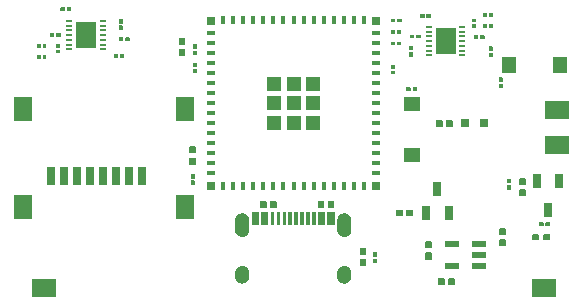
<source format=gtp>
G04 Layer: TopPasteMaskLayer*
G04 EasyEDA Pro v2.2.40.8, 2025-08-10 13:50:58*
G04 Gerber Generator version 0.3*
G04 Scale: 100 percent, Rotated: No, Reflected: No*
G04 Dimensions in millimeters*
G04 Leading zeros omitted, absolute positions, 4 integers and 5 decimals*
G04 Generated by one-click*
%FSLAX45Y45*%
%MOMM*%
%ADD10R,0.8X0.8*%
%ADD11R,1.35999X1.23*%
%ADD12R,0.8X0.4*%
%ADD13R,0.4X0.8*%
%ADD14R,1.2X1.2*%
%ADD15R,1.157X0.48999*%
%ADD16R,1.175X0.48999*%
%ADD17R,0.5183X0.224*%
%ADD18R,0.505X0.224*%
%ADD19R,1.7X2.3*%
%ADD20R,0.7X1.25001*%
%ADD21R,0.8X1.524*%
%ADD22R,1.5X2.0*%
%ADD23R,2.0X1.5*%
%ADD24R,1.23X1.35999*%
G75*


G04 PolygonModel Start*
G36*
G01X-922496Y698002D02*
G01X-967497Y698002D01*
G01X-972496Y705000D01*
G01X-972496Y753001D01*
G01X-967497Y758002D01*
G01X-922496Y758002D01*
G01X-917498Y753001D01*
G01X-917498Y705000D01*
G01X-922496Y698002D01*
G37*
G36*
G01X-922496Y602000D02*
G01X-967497Y602000D01*
G01X-972496Y607002D01*
G01X-972496Y655000D01*
G01X-967497Y662000D01*
G01X-922496Y662000D01*
G01X-917498Y655000D01*
G01X-917498Y607002D01*
G01X-922496Y602000D01*
G37*
G36*
G01X-848798Y646899D02*
G01X-821199Y646899D01*
G01X-818798Y644498D01*
G01X-818798Y611555D01*
G01X-821199Y609154D01*
G01X-848798Y609154D01*
G01X-851198Y611555D01*
G01X-851198Y644498D01*
G01X-848798Y646899D01*
G37*
G36*
G01X-848798Y663099D02*
G01X-821199Y663099D01*
G01X-818798Y665499D01*
G01X-818798Y698443D01*
G01X-821199Y700843D01*
G01X-848798Y700843D01*
G01X-851198Y698443D01*
G01X-851198Y665499D01*
G01X-848798Y663099D01*
G37*
G36*
G01X861898Y916298D02*
G01X861898Y888699D01*
G01X859498Y886298D01*
G01X826554Y886298D01*
G01X824154Y888699D01*
G01X824154Y916298D01*
G01X826554Y918698D01*
G01X859498Y918698D01*
G01X861898Y916298D01*
G37*
G36*
G01X878098Y916298D02*
G01X878098Y888699D01*
G01X880499Y886298D01*
G01X913442Y886298D01*
G01X915843Y888699D01*
G01X915843Y916298D01*
G01X913442Y918698D01*
G01X880499Y918698D01*
G01X878098Y916298D01*
G37*
G36*
G01X706299Y-1096898D02*
G01X678699Y-1096898D01*
G01X676299Y-1094497D01*
G01X676299Y-1061554D01*
G01X678699Y-1059153D01*
G01X706299Y-1059153D01*
G01X708699Y-1061554D01*
G01X708699Y-1094497D01*
G01X706299Y-1096898D01*
G37*
G36*
G01X706299Y-1113098D02*
G01X678699Y-1113098D01*
G01X676299Y-1115498D01*
G01X676299Y-1148442D01*
G01X678699Y-1150842D01*
G01X706299Y-1150842D01*
G01X708699Y-1148442D01*
G01X708699Y-1115498D01*
G01X706299Y-1113098D01*
G37*
G36*
G01X564997Y-1119930D02*
G01X609998Y-1119930D01*
G01X614997Y-1126927D01*
G01X614997Y-1174928D01*
G01X609998Y-1179930D01*
G01X564997Y-1179930D01*
G01X559998Y-1174928D01*
G01X559998Y-1126927D01*
G01X564997Y-1119930D01*
G37*
G36*
G01X564997Y-1023928D02*
G01X609998Y-1023928D01*
G01X614997Y-1028929D01*
G01X614997Y-1076927D01*
G01X609998Y-1083928D01*
G01X564997Y-1083928D01*
G01X559998Y-1076927D01*
G01X559998Y-1028929D01*
G01X564997Y-1023928D01*
G37*
G36*
G01X991898Y333799D02*
G01X991898Y306200D01*
G01X989498Y303799D01*
G01X956554Y303799D01*
G01X954154Y306200D01*
G01X954154Y333799D01*
G01X956554Y336199D01*
G01X989498Y336199D01*
G01X991898Y333799D01*
G37*
G36*
G01X1008098Y333799D02*
G01X1008098Y306200D01*
G01X1010498Y303799D01*
G01X1043442Y303799D01*
G01X1045842Y306200D01*
G01X1045842Y333799D01*
G01X1043442Y336199D01*
G01X1010498Y336199D01*
G01X1008098Y333799D01*
G37*
G36*
G01X2079492Y-909996D02*
G01X2079492Y-954997D01*
G01X2072494Y-959996D01*
G01X2024494Y-959996D01*
G01X2019492Y-954997D01*
G01X2019492Y-909996D01*
G01X2024494Y-904997D01*
G01X2072494Y-904997D01*
G01X2079492Y-909996D01*
G37*
G36*
G01X2175494Y-909996D02*
G01X2175494Y-954997D01*
G01X2170493Y-959996D01*
G01X2122494Y-959996D01*
G01X2115494Y-954997D01*
G01X2115494Y-909996D01*
G01X2122494Y-904997D01*
G01X2170493Y-904997D01*
G01X2175494Y-909996D01*
G37*
G36*
G01X2133096Y-836298D02*
G01X2133096Y-808698D01*
G01X2135496Y-806298D01*
G01X2168440Y-806298D01*
G01X2170840Y-808698D01*
G01X2170840Y-836298D01*
G01X2168440Y-838698D01*
G01X2135496Y-838698D01*
G01X2133096Y-836298D01*
G37*
G36*
G01X2116896Y-836298D02*
G01X2116896Y-808698D01*
G01X2114495Y-806298D01*
G01X2081552Y-806298D01*
G01X2079151Y-808698D01*
G01X2079151Y-836298D01*
G01X2081552Y-838698D01*
G01X2114495Y-838698D01*
G01X2116896Y-836298D01*
G37*
G36*
G01X1841296Y-474399D02*
G01X1813697Y-474399D01*
G01X1811296Y-471999D01*
G01X1811296Y-439055D01*
G01X1813697Y-436654D01*
G01X1841296Y-436654D01*
G01X1843697Y-439055D01*
G01X1843697Y-471999D01*
G01X1841296Y-474399D01*
G37*
G36*
G01X1841296Y-490599D02*
G01X1813697Y-490599D01*
G01X1811296Y-492999D01*
G01X1811296Y-525943D01*
G01X1813697Y-528343D01*
G01X1841296Y-528343D01*
G01X1843697Y-525943D01*
G01X1843697Y-492999D01*
G01X1841296Y-490599D01*
G37*
G36*
G01X1914491Y-527499D02*
G01X1959493Y-527499D01*
G01X1964491Y-534497D01*
G01X1964491Y-582498D01*
G01X1959493Y-587499D01*
G01X1914491Y-587499D01*
G01X1909493Y-582498D01*
G01X1909493Y-534497D01*
G01X1914491Y-527499D01*
G37*
G36*
G01X1914491Y-431497D02*
G01X1959493Y-431497D01*
G01X1964491Y-436499D01*
G01X1964491Y-484497D01*
G01X1959493Y-491497D01*
G01X1914491Y-491497D01*
G01X1909493Y-484497D01*
G01X1909493Y-436499D01*
G01X1914491Y-431497D01*
G37*
G36*
G01X1792498Y-914494D02*
G01X1747497Y-914494D01*
G01X1742498Y-907497D01*
G01X1742498Y-859496D01*
G01X1747497Y-854495D01*
G01X1792498Y-854495D01*
G01X1797497Y-859496D01*
G01X1797497Y-907497D01*
G01X1792498Y-914494D01*
G37*
G36*
G01X1792498Y-1010496D02*
G01X1747497Y-1010496D01*
G01X1742498Y-1005495D01*
G01X1742498Y-957497D01*
G01X1747497Y-950496D01*
G01X1792498Y-950496D01*
G01X1797497Y-957497D01*
G01X1797497Y-1005495D01*
G01X1792498Y-1010496D01*
G37*
G36*
G01X1119996Y-1061260D02*
G01X1164997Y-1061260D01*
G01X1169996Y-1068257D01*
G01X1169996Y-1116258D01*
G01X1164997Y-1121260D01*
G01X1119996Y-1121260D01*
G01X1114997Y-1116258D01*
G01X1114997Y-1068257D01*
G01X1119996Y-1061260D01*
G37*
G36*
G01X1119996Y-965258D02*
G01X1164997Y-965258D01*
G01X1169996Y-970259D01*
G01X1169996Y-1018258D01*
G01X1164997Y-1025258D01*
G01X1119996Y-1025258D01*
G01X1114997Y-1018258D01*
G01X1114997Y-970259D01*
G01X1119996Y-965258D01*
G37*
G36*
G01X-867843Y-451757D02*
G01X-840243Y-451757D01*
G01X-837843Y-454157D01*
G01X-837843Y-487101D01*
G01X-840243Y-489501D01*
G01X-867843Y-489501D01*
G01X-870243Y-487101D01*
G01X-870243Y-454157D01*
G01X-867843Y-451757D01*
G37*
G36*
G01X-867843Y-435556D02*
G01X-840243Y-435556D01*
G01X-837843Y-433156D01*
G01X-837843Y-400212D01*
G01X-840243Y-397812D01*
G01X-867843Y-397812D01*
G01X-870243Y-400212D01*
G01X-870243Y-433156D01*
G01X-867843Y-435556D01*
G37*
G36*
G01X-1450177Y877071D02*
G01X-1477777Y877071D01*
G01X-1480177Y879471D01*
G01X-1480177Y912415D01*
G01X-1477777Y914815D01*
G01X-1450177Y914815D01*
G01X-1447777Y912415D01*
G01X-1447777Y879471D01*
G01X-1450177Y877071D01*
G37*
G36*
G01X-1450177Y860871D02*
G01X-1477777Y860871D01*
G01X-1480177Y858470D01*
G01X-1480177Y825527D01*
G01X-1477777Y823126D01*
G01X-1450177Y823126D01*
G01X-1447777Y825527D01*
G01X-1447777Y858470D01*
G01X-1450177Y860871D01*
G37*
G36*
G01X-1440597Y756298D02*
G01X-1440597Y728699D01*
G01X-1442997Y726299D01*
G01X-1475941Y726299D01*
G01X-1478341Y728699D01*
G01X-1478341Y756298D01*
G01X-1475941Y758699D01*
G01X-1442997Y758699D01*
G01X-1440597Y756298D01*
G37*
G36*
G01X-1424397Y756298D02*
G01X-1424397Y728699D01*
G01X-1421997Y726299D01*
G01X-1389053Y726299D01*
G01X-1386653Y728699D01*
G01X-1386653Y756298D01*
G01X-1389053Y758699D01*
G01X-1421997Y758699D01*
G01X-1424397Y756298D01*
G37*
G36*
G01X-1485597Y616299D02*
G01X-1485597Y588699D01*
G01X-1487997Y586299D01*
G01X-1520941Y586299D01*
G01X-1523341Y588699D01*
G01X-1523341Y616299D01*
G01X-1520941Y618699D01*
G01X-1487997Y618699D01*
G01X-1485597Y616299D01*
G37*
G36*
G01X-1469397Y616299D02*
G01X-1469397Y588699D01*
G01X-1466997Y586299D01*
G01X-1434053Y586299D01*
G01X-1431652Y588699D01*
G01X-1431652Y616299D01*
G01X-1434053Y618699D01*
G01X-1466997Y618699D01*
G01X-1469397Y616299D01*
G37*
G36*
G01X-2009396Y768699D02*
G01X-2009396Y796298D01*
G01X-2006995Y798699D01*
G01X-1974052Y798699D01*
G01X-1971651Y796298D01*
G01X-1971651Y768699D01*
G01X-1974052Y766298D01*
G01X-2006995Y766298D01*
G01X-2009396Y768699D01*
G37*
G36*
G01X-2025596Y768699D02*
G01X-2025596Y796298D01*
G01X-2027996Y798699D01*
G01X-2060940Y798699D01*
G01X-2063340Y796298D01*
G01X-2063340Y768699D01*
G01X-2060940Y766298D01*
G01X-2027996Y766298D01*
G01X-2025596Y768699D01*
G37*
G36*
G01X-1919396Y983698D02*
G01X-1919396Y1011298D01*
G01X-1916996Y1013698D01*
G01X-1884052Y1013698D01*
G01X-1881652Y1011298D01*
G01X-1881652Y983698D01*
G01X-1884052Y981298D01*
G01X-1916996Y981298D01*
G01X-1919396Y983698D01*
G37*
G36*
G01X-1935596Y983698D02*
G01X-1935596Y1011298D01*
G01X-1937996Y1013698D01*
G01X-1970940Y1013698D01*
G01X-1973340Y1011298D01*
G01X-1973340Y983698D01*
G01X-1970940Y981298D01*
G01X-1937996Y981298D01*
G01X-1935596Y983698D01*
G37*
G36*
G01X-877500Y-258003D02*
G01X-832499Y-258003D01*
G01X-827500Y-265001D01*
G01X-827500Y-313002D01*
G01X-832499Y-318003D01*
G01X-877500Y-318003D01*
G01X-882499Y-313002D01*
G01X-882499Y-265001D01*
G01X-877500Y-258003D01*
G37*
G36*
G01X-877500Y-162001D02*
G01X-832499Y-162001D01*
G01X-827500Y-167002D01*
G01X-827500Y-215001D01*
G01X-832499Y-222001D01*
G01X-877500Y-222001D01*
G01X-882499Y-215001D01*
G01X-882499Y-167002D01*
G01X-877500Y-162001D01*
G37*
G36*
G01X1263456Y54872D02*
G01X1263456Y8873D01*
G01X1259456Y4872D01*
G01X1209393Y4872D01*
G01X1205392Y8873D01*
G01X1205392Y54872D01*
G01X1209393Y58873D01*
G01X1259456Y58873D01*
G01X1263456Y54872D01*
G37*
G36*
G01X1290457Y54872D02*
G01X1290457Y8873D01*
G01X1294457Y4872D01*
G01X1344521Y4872D01*
G01X1348521Y8873D01*
G01X1348521Y54872D01*
G01X1344521Y58873D01*
G01X1294457Y58873D01*
G01X1290457Y54872D01*
G37*
G36*
G01X1281497Y-1282756D02*
G01X1281497Y-1328755D01*
G01X1277497Y-1332756D01*
G01X1227433Y-1332756D01*
G01X1223433Y-1328755D01*
G01X1223433Y-1282756D01*
G01X1227433Y-1278755D01*
G01X1277497Y-1278755D01*
G01X1281497Y-1282756D01*
G37*
G36*
G01X1308498Y-1282756D02*
G01X1308498Y-1328755D01*
G01X1312498Y-1332756D01*
G01X1362561Y-1332756D01*
G01X1366562Y-1328755D01*
G01X1366562Y-1282756D01*
G01X1362561Y-1278755D01*
G01X1312498Y-1278755D01*
G01X1308498Y-1282756D01*
G37*
G36*
G01X-2124396Y676199D02*
G01X-2124396Y703798D01*
G01X-2121995Y706199D01*
G01X-2095582Y706199D01*
G01X-2093184Y703798D01*
G01X-2093184Y676199D01*
G01X-2095582Y673799D01*
G01X-2121995Y673799D01*
G01X-2124396Y676199D01*
G37*
G36*
G01X-2140596Y676199D02*
G01X-2140596Y703798D01*
G01X-2142996Y706199D01*
G01X-2169409Y706199D01*
G01X-2171807Y703798D01*
G01X-2171807Y676199D01*
G01X-2169409Y673799D01*
G01X-2142996Y673799D01*
G01X-2140596Y676199D01*
G37*
G36*
G01X-2007776Y655871D02*
G01X-1980176Y655871D01*
G01X-1977776Y653471D01*
G01X-1977776Y627057D01*
G01X-1980176Y624660D01*
G01X-2007776Y624660D01*
G01X-2010176Y627057D01*
G01X-2010176Y653471D01*
G01X-2007776Y655871D01*
G37*
G36*
G01X-2007776Y672071D02*
G01X-1980176Y672071D01*
G01X-1977776Y674472D01*
G01X-1977776Y700885D01*
G01X-1980176Y703283D01*
G01X-2007776Y703283D01*
G01X-2010176Y700885D01*
G01X-2010176Y674472D01*
G01X-2007776Y672071D01*
G37*
G36*
G01X-2140596Y606299D02*
G01X-2140596Y578699D01*
G01X-2142996Y576299D01*
G01X-2169409Y576299D01*
G01X-2171807Y578699D01*
G01X-2171807Y606299D01*
G01X-2169409Y608699D01*
G01X-2142996Y608699D01*
G01X-2140596Y606299D01*
G37*
G36*
G01X-2124396Y606299D02*
G01X-2124396Y578699D01*
G01X-2121995Y576299D01*
G01X-2095582Y576299D01*
G01X-2093184Y578699D01*
G01X-2093184Y606299D01*
G01X-2095582Y608699D01*
G01X-2121995Y608699D01*
G01X-2124396Y606299D01*
G37*
G36*
G01X1040598Y753699D02*
G01X1040598Y781298D01*
G01X1042998Y783698D01*
G01X1075942Y783698D01*
G01X1078343Y781298D01*
G01X1078343Y753699D01*
G01X1075942Y751298D01*
G01X1042998Y751298D01*
G01X1040598Y753699D01*
G37*
G36*
G01X1024398Y753699D02*
G01X1024398Y781298D01*
G01X1021998Y783698D01*
G01X989054Y783698D01*
G01X986654Y781298D01*
G01X986654Y753699D01*
G01X989054Y751298D01*
G01X1021998Y751298D01*
G01X1024398Y753699D01*
G37*
G36*
G01X1125598Y926198D02*
G01X1125598Y953798D01*
G01X1127998Y956198D01*
G01X1160942Y956198D01*
G01X1163342Y953798D01*
G01X1163342Y926198D01*
G01X1160942Y923798D01*
G01X1127998Y923798D01*
G01X1125598Y926198D01*
G37*
G36*
G01X1109398Y926198D02*
G01X1109398Y953798D01*
G01X1106997Y956198D01*
G01X1074054Y956198D01*
G01X1071653Y953798D01*
G01X1071653Y926198D01*
G01X1074054Y923798D01*
G01X1106997Y923798D01*
G01X1109398Y926198D01*
G37*
G36*
G01X980299Y634467D02*
G01X1007899Y634467D01*
G01X1010299Y632066D01*
G01X1010299Y599123D01*
G01X1007899Y596722D01*
G01X980299Y596722D01*
G01X977899Y599123D01*
G01X977899Y632066D01*
G01X980299Y634467D01*
G37*
G36*
G01X980299Y650667D02*
G01X1007899Y650667D01*
G01X1010299Y653067D01*
G01X1010299Y686011D01*
G01X1007899Y688411D01*
G01X980299Y688411D01*
G01X977899Y686011D01*
G01X977899Y653067D01*
G01X980299Y650667D01*
G37*
G36*
G01X1564397Y773798D02*
G01X1564397Y746199D01*
G01X1561997Y743798D01*
G01X1529053Y743798D01*
G01X1526653Y746199D01*
G01X1526653Y773798D01*
G01X1529053Y776199D01*
G01X1561997Y776199D01*
G01X1564397Y773798D01*
G37*
G36*
G01X1580597Y773798D02*
G01X1580597Y746199D01*
G01X1582997Y743798D01*
G01X1615941Y743798D01*
G01X1618341Y746199D01*
G01X1618341Y773798D01*
G01X1615941Y776199D01*
G01X1582997Y776199D01*
G01X1580597Y773798D01*
G37*
G36*
G01X1656197Y629399D02*
G01X1683796Y629399D01*
G01X1686197Y626998D01*
G01X1686197Y594055D01*
G01X1683796Y591654D01*
G01X1656197Y591654D01*
G01X1653797Y594055D01*
G01X1653797Y626998D01*
G01X1656197Y629399D01*
G37*
G36*
G01X1656197Y645599D02*
G01X1683796Y645599D01*
G01X1686197Y647999D01*
G01X1686197Y680943D01*
G01X1683796Y683343D01*
G01X1656197Y683343D01*
G01X1653797Y680943D01*
G01X1653797Y647999D01*
G01X1656197Y645599D01*
G37*
G36*
G01X1638430Y868798D02*
G01X1638430Y841198D01*
G01X1636029Y838798D01*
G01X1609616Y838798D01*
G01X1607218Y841198D01*
G01X1607218Y868798D01*
G01X1609616Y871198D01*
G01X1636029Y871198D01*
G01X1638430Y868798D01*
G37*
G36*
G01X1654630Y868798D02*
G01X1654630Y841198D01*
G01X1657030Y838798D01*
G01X1683443Y838798D01*
G01X1685841Y841198D01*
G01X1685841Y868798D01*
G01X1683443Y871198D01*
G01X1657030Y871198D01*
G01X1654630Y868798D01*
G37*
G36*
G01X1541174Y887254D02*
G01X1513575Y887254D01*
G01X1511174Y889654D01*
G01X1511174Y916068D01*
G01X1513575Y918465D01*
G01X1541174Y918465D01*
G01X1543575Y916068D01*
G01X1543575Y889654D01*
G01X1541174Y887254D01*
G37*
G36*
G01X1541174Y871054D02*
G01X1513575Y871054D01*
G01X1511174Y868653D01*
G01X1511174Y842240D01*
G01X1513575Y839842D01*
G01X1541174Y839842D01*
G01X1543575Y842240D01*
G01X1543575Y868653D01*
G01X1541174Y871054D01*
G37*
G36*
G01X1654630Y936198D02*
G01X1654630Y963798D01*
G01X1657030Y966198D01*
G01X1683443Y966198D01*
G01X1685841Y963798D01*
G01X1685841Y936198D01*
G01X1683443Y933798D01*
G01X1657030Y933798D01*
G01X1654630Y936198D01*
G37*
G36*
G01X1638430Y936198D02*
G01X1638430Y963798D01*
G01X1636029Y966198D01*
G01X1609616Y966198D01*
G01X1607218Y963798D01*
G01X1607218Y936198D01*
G01X1609616Y933798D01*
G01X1636029Y933798D01*
G01X1638430Y936198D01*
G37*
G36*
G01X-821116Y508188D02*
G01X-848715Y508188D01*
G01X-851116Y510588D01*
G01X-851116Y537001D01*
G01X-848715Y539399D01*
G01X-821116Y539399D01*
G01X-818715Y537001D01*
G01X-818715Y510588D01*
G01X-821116Y508188D01*
G37*
G36*
G01X-821116Y491988D02*
G01X-848715Y491988D01*
G01X-851116Y489587D01*
G01X-851116Y463174D01*
G01X-848715Y460776D01*
G01X-821116Y460776D01*
G01X-818715Y463174D01*
G01X-818715Y489587D01*
G01X-821116Y491988D01*
G37*
G36*
G01X875598Y693699D02*
G01X875598Y721299D01*
G01X877999Y723699D01*
G01X904412Y723699D01*
G01X906810Y721299D01*
G01X906810Y693699D01*
G01X904412Y691299D01*
G01X877999Y691299D01*
G01X875598Y693699D01*
G37*
G36*
G01X859398Y693699D02*
G01X859398Y721299D01*
G01X856998Y723699D01*
G01X830585Y723699D01*
G01X828187Y721299D01*
G01X828187Y693699D01*
G01X830585Y691299D01*
G01X856998Y691299D01*
G01X859398Y693699D01*
G37*
G36*
G01X875598Y791199D02*
G01X875598Y818798D01*
G01X877999Y821199D01*
G01X904412Y821199D01*
G01X906810Y818798D01*
G01X906810Y791199D01*
G01X904412Y788798D01*
G01X877999Y788798D01*
G01X875598Y791199D01*
G37*
G36*
G01X859398Y791199D02*
G01X859398Y818798D01*
G01X856998Y821199D01*
G01X830585Y821199D01*
G01X828187Y818798D01*
G01X828187Y791199D01*
G01X830585Y788798D01*
G01X856998Y788798D01*
G01X859398Y791199D01*
G37*
G36*
G01X858798Y493099D02*
G01X831198Y493099D01*
G01X828798Y495499D01*
G01X828798Y521913D01*
G01X831198Y524311D01*
G01X858798Y524311D01*
G01X861198Y521913D01*
G01X861198Y495499D01*
G01X858798Y493099D01*
G37*
G36*
G01X858798Y476899D02*
G01X831198Y476899D01*
G01X828798Y474499D01*
G01X828798Y448085D01*
G01X831198Y445687D01*
G01X858798Y445687D01*
G01X861198Y448085D01*
G01X861198Y474499D01*
G01X858798Y476899D01*
G37*
G36*
G01X928998Y-704499D02*
G01X928998Y-750498D01*
G01X924998Y-754499D01*
G01X874934Y-754499D01*
G01X870934Y-750498D01*
G01X870934Y-704499D01*
G01X874934Y-700498D01*
G01X924998Y-700498D01*
G01X928998Y-704499D01*
G37*
G36*
G01X955998Y-704499D02*
G01X955998Y-750498D01*
G01X959999Y-754499D01*
G01X1010062Y-754499D01*
G01X1014063Y-750498D01*
G01X1014063Y-704499D01*
G01X1010062Y-700498D01*
G01X959999Y-700498D01*
G01X955998Y-704499D01*
G37*
G36*
G01X1768796Y383099D02*
G01X1741197Y383099D01*
G01X1738796Y385500D01*
G01X1738796Y418443D01*
G01X1741197Y420844D01*
G01X1768796Y420844D01*
G01X1771197Y418443D01*
G01X1771197Y385500D01*
G01X1768796Y383099D01*
G37*
G36*
G01X1768796Y366899D02*
G01X1741197Y366899D01*
G01X1738796Y364499D01*
G01X1738796Y331555D01*
G01X1741197Y329155D01*
G01X1768796Y329155D01*
G01X1771197Y331555D01*
G01X1771197Y364499D01*
G01X1768796Y366899D01*
G37*
G36*
G01X261499Y-631999D02*
G01X261499Y-677998D01*
G01X257499Y-681999D01*
G01X207435Y-681999D01*
G01X203435Y-677998D01*
G01X203435Y-631999D01*
G01X207435Y-627998D01*
G01X257499Y-627998D01*
G01X261499Y-631999D01*
G37*
G36*
G01X288500Y-631999D02*
G01X288500Y-677998D01*
G01X292500Y-681999D01*
G01X342563Y-681999D01*
G01X346564Y-677998D01*
G01X346564Y-631999D01*
G01X342563Y-627998D01*
G01X292500Y-627998D01*
G01X288500Y-631999D01*
G37*
G36*
G01X-198999Y-677998D02*
G01X-198999Y-631999D01*
G01X-194999Y-627998D01*
G01X-144936Y-627998D01*
G01X-140935Y-631999D01*
G01X-140935Y-677998D01*
G01X-144936Y-681999D01*
G01X-194999Y-681999D01*
G01X-198999Y-677998D01*
G37*
G36*
G01X-226000Y-677998D02*
G01X-226000Y-631999D01*
G01X-230000Y-627998D01*
G01X-280064Y-627998D01*
G01X-284064Y-631999D01*
G01X-284064Y-677998D01*
G01X-280064Y-681999D01*
G01X-230000Y-681999D01*
G01X-226000Y-677998D01*
G37*
G36*
G01X137507Y-829994D02*
G01X137507Y-719994D01*
G01X107505Y-719994D01*
G01X107505Y-829994D01*
G01X137507Y-829994D01*
G37*
G36*
G01X157517Y-719994D02*
G01X157517Y-829994D01*
G01X187520Y-829994D01*
G01X187520Y-719994D01*
G01X157517Y-719994D01*
G37*
G36*
G01X-352502Y-719994D02*
G01X-352502Y-829994D01*
G01X-292502Y-829994D01*
G01X-292502Y-719994D01*
G01X-352502Y-719994D01*
G37*
G36*
G01X87495Y-829994D02*
G01X87495Y-719994D01*
G01X57492Y-719994D01*
G01X57492Y-829994D01*
G01X87495Y-829994D01*
G37*
G36*
G01X207517Y-719994D02*
G01X207517Y-829994D01*
G01X267517Y-829994D01*
G01X267517Y-719994D01*
G01X207517Y-719994D01*
G37*
G36*
G01X347502Y-829994D02*
G01X347502Y-719994D01*
G01X287502Y-719994D01*
G01X287502Y-829994D01*
G01X347502Y-829994D01*
G37*
G36*
G01X37508Y-829994D02*
G01X37508Y-719994D01*
G01X7505Y-719994D01*
G01X7505Y-829994D01*
G01X37508Y-829994D01*
G37*
G36*
G01X-12505Y-829994D02*
G01X-12505Y-719994D01*
G01X-42508Y-719994D01*
G01X-42508Y-829994D01*
G01X-12505Y-829994D01*
G37*
G36*
G01X-272492Y-719994D02*
G01X-272492Y-829994D01*
G01X-212492Y-829994D01*
G01X-212492Y-719994D01*
G01X-272492Y-719994D01*
G37*
G36*
G01X-62492Y-829994D02*
G01X-62492Y-719994D01*
G01X-92495Y-719994D01*
G01X-92495Y-829994D01*
G01X-62492Y-829994D01*
G37*
G36*
G01X-112479Y-829994D02*
G01X-112479Y-719994D01*
G01X-142482Y-719994D01*
G01X-142482Y-829994D01*
G01X-112479Y-829994D01*
G37*
G36*
G01X-162492Y-829994D02*
G01X-162492Y-719994D01*
G01X-192495Y-719994D01*
G01X-192495Y-829994D01*
G01X-162492Y-829994D01*
G37*
G36*
G01X434482Y-730154D02*
G01X431495Y-730004D01*
G01X428502Y-730004D01*
G01X425515Y-730154D01*
G01X422539Y-730451D01*
G01X419579Y-730898D01*
G01X416648Y-731490D01*
G01X413748Y-732229D01*
G01X410890Y-733111D01*
G01X408078Y-734134D01*
G01X405322Y-735295D01*
G01X402625Y-736593D01*
G01X399999Y-738026D01*
G01X397446Y-739585D01*
G01X394974Y-741269D01*
G01X392589Y-743078D01*
G01X390298Y-745000D01*
G01X388104Y-747035D01*
G01X386016Y-749176D01*
G01X384035Y-751419D01*
G01X382170Y-753758D01*
G01X380425Y-756187D01*
G01X378802Y-758701D01*
G01X377306Y-761292D01*
G01X375940Y-763954D01*
G01X374710Y-766679D01*
G01X373618Y-769466D01*
G01X372663Y-772300D01*
G01X371853Y-775181D01*
G01X371187Y-778097D01*
G01X370669Y-781043D01*
G01X370296Y-784012D01*
G01X370072Y-786997D01*
G01X369999Y-789986D01*
G01X369999Y-869986D01*
G01X370072Y-872976D01*
G01X370296Y-875960D01*
G01X370669Y-878930D01*
G01X371187Y-881876D01*
G01X371853Y-884792D01*
G01X372663Y-887672D01*
G01X373618Y-890507D01*
G01X374710Y-893293D01*
G01X375940Y-896019D01*
G01X377306Y-898681D01*
G01X378802Y-901271D01*
G01X380425Y-903786D01*
G01X382170Y-906214D01*
G01X384035Y-908554D01*
G01X386016Y-910796D01*
G01X388104Y-912938D01*
G01X390298Y-914972D01*
G01X392589Y-916895D01*
G01X394974Y-918703D01*
G01X397446Y-920387D01*
G01X399999Y-921947D01*
G01X402625Y-923380D01*
G01X405322Y-924677D01*
G01X408078Y-925838D01*
G01X410890Y-926862D01*
G01X413748Y-927743D01*
G01X416648Y-928482D01*
G01X419579Y-929074D01*
G01X422539Y-929521D01*
G01X425515Y-929818D01*
G01X428502Y-929968D01*
G01X431495Y-929968D01*
G01X434482Y-929818D01*
G01X437458Y-929521D01*
G01X440418Y-929074D01*
G01X443349Y-928482D01*
G01X446249Y-927743D01*
G01X449107Y-926862D01*
G01X451919Y-925838D01*
G01X454675Y-924677D01*
G01X457372Y-923380D01*
G01X459998Y-921947D01*
G01X462551Y-920387D01*
G01X465023Y-918703D01*
G01X467408Y-916895D01*
G01X469699Y-914972D01*
G01X471893Y-912938D01*
G01X473981Y-910796D01*
G01X475962Y-908554D01*
G01X477827Y-906214D01*
G01X479572Y-903786D01*
G01X481195Y-901271D01*
G01X482691Y-898681D01*
G01X484057Y-896019D01*
G01X485287Y-893293D01*
G01X486379Y-890507D01*
G01X487334Y-887672D01*
G01X488144Y-884792D01*
G01X488810Y-881876D01*
G01X489328Y-878930D01*
G01X489701Y-875960D01*
G01X489925Y-872976D01*
G01X489998Y-869986D01*
G01X489998Y-789986D01*
G01X489925Y-786997D01*
G01X489701Y-784012D01*
G01X489328Y-781043D01*
G01X488810Y-778097D01*
G01X488144Y-775181D01*
G01X487334Y-772300D01*
G01X486379Y-769466D01*
G01X485287Y-766679D01*
G01X484057Y-763954D01*
G01X482691Y-761292D01*
G01X481195Y-758701D01*
G01X479572Y-756187D01*
G01X477827Y-753758D01*
G01X475962Y-751419D01*
G01X473981Y-749176D01*
G01X471893Y-747035D01*
G01X469699Y-745000D01*
G01X467408Y-743078D01*
G01X465023Y-741269D01*
G01X462551Y-739585D01*
G01X459998Y-738026D01*
G01X457372Y-736593D01*
G01X454675Y-735295D01*
G01X451919Y-734134D01*
G01X449107Y-733111D01*
G01X446249Y-732229D01*
G01X443349Y-731490D01*
G01X440418Y-730898D01*
G01X437458Y-730451D01*
G01X434482Y-730154D01*
G37*
G36*
G01X-436495Y-730004D02*
G01X-439482Y-730154D01*
G01X-442458Y-730451D01*
G01X-445418Y-730898D01*
G01X-448349Y-731490D01*
G01X-451249Y-732229D01*
G01X-454107Y-733111D01*
G01X-456919Y-734134D01*
G01X-459675Y-735295D01*
G01X-462372Y-736593D01*
G01X-464998Y-738026D01*
G01X-467551Y-739585D01*
G01X-470023Y-741269D01*
G01X-472408Y-743078D01*
G01X-474699Y-745000D01*
G01X-476893Y-747035D01*
G01X-478981Y-749176D01*
G01X-480962Y-751419D01*
G01X-482827Y-753758D01*
G01X-484572Y-756187D01*
G01X-486195Y-758701D01*
G01X-487691Y-761292D01*
G01X-489057Y-763954D01*
G01X-490287Y-766679D01*
G01X-491379Y-769466D01*
G01X-492334Y-772300D01*
G01X-493144Y-775181D01*
G01X-493810Y-778097D01*
G01X-494328Y-781043D01*
G01X-494701Y-784012D01*
G01X-494925Y-786997D01*
G01X-494998Y-789986D01*
G01X-494998Y-869986D01*
G01X-494925Y-872976D01*
G01X-494701Y-875960D01*
G01X-494328Y-878930D01*
G01X-493810Y-881876D01*
G01X-493144Y-884792D01*
G01X-492334Y-887672D01*
G01X-491379Y-890507D01*
G01X-490287Y-893293D01*
G01X-489057Y-896019D01*
G01X-487691Y-898681D01*
G01X-486195Y-901271D01*
G01X-484572Y-903786D01*
G01X-482827Y-906214D01*
G01X-480962Y-908554D01*
G01X-478981Y-910796D01*
G01X-476893Y-912938D01*
G01X-474699Y-914972D01*
G01X-472408Y-916895D01*
G01X-470023Y-918703D01*
G01X-467551Y-920387D01*
G01X-464998Y-921947D01*
G01X-462372Y-923380D01*
G01X-459675Y-924677D01*
G01X-456919Y-925838D01*
G01X-454107Y-926862D01*
G01X-451249Y-927743D01*
G01X-448349Y-928482D01*
G01X-445418Y-929074D01*
G01X-442458Y-929521D01*
G01X-439482Y-929818D01*
G01X-436495Y-929968D01*
G01X-433502Y-929968D01*
G01X-430515Y-929818D01*
G01X-427539Y-929521D01*
G01X-424579Y-929074D01*
G01X-421648Y-928482D01*
G01X-418748Y-927743D01*
G01X-415890Y-926862D01*
G01X-413078Y-925838D01*
G01X-410322Y-924677D01*
G01X-407625Y-923380D01*
G01X-404999Y-921947D01*
G01X-402446Y-920387D01*
G01X-399974Y-918703D01*
G01X-397589Y-916895D01*
G01X-395298Y-914972D01*
G01X-393104Y-912938D01*
G01X-391016Y-910796D01*
G01X-389035Y-908554D01*
G01X-387170Y-906214D01*
G01X-385425Y-903786D01*
G01X-383802Y-901271D01*
G01X-382306Y-898681D01*
G01X-380940Y-896019D01*
G01X-379710Y-893293D01*
G01X-378618Y-890507D01*
G01X-377663Y-887672D01*
G01X-376853Y-884792D01*
G01X-376187Y-881876D01*
G01X-375669Y-878930D01*
G01X-375296Y-875960D01*
G01X-375072Y-872976D01*
G01X-374999Y-869986D01*
G01X-374999Y-789986D01*
G01X-375072Y-786997D01*
G01X-375296Y-784012D01*
G01X-375669Y-781043D01*
G01X-376187Y-778097D01*
G01X-376853Y-775181D01*
G01X-377663Y-772300D01*
G01X-378618Y-769466D01*
G01X-379710Y-766679D01*
G01X-380940Y-763954D01*
G01X-382306Y-761292D01*
G01X-383802Y-758701D01*
G01X-385425Y-756187D01*
G01X-387170Y-753758D01*
G01X-389035Y-751419D01*
G01X-391016Y-749176D01*
G01X-393104Y-747035D01*
G01X-395298Y-745000D01*
G01X-397589Y-743078D01*
G01X-399974Y-741269D01*
G01X-402446Y-739585D01*
G01X-404999Y-738026D01*
G01X-407625Y-736593D01*
G01X-410322Y-735295D01*
G01X-413078Y-734134D01*
G01X-415890Y-733111D01*
G01X-418748Y-732229D01*
G01X-421648Y-731490D01*
G01X-424579Y-730898D01*
G01X-427539Y-730451D01*
G01X-430515Y-730154D01*
G01X-433502Y-730004D01*
G01X-436495Y-730004D01*
G37*
G36*
G01X-430515Y-1175170D02*
G01X-433502Y-1175020D01*
G01X-436495Y-1175020D01*
G01X-439482Y-1175170D01*
G01X-442458Y-1175467D01*
G01X-445418Y-1175914D01*
G01X-448349Y-1176506D01*
G01X-451249Y-1177245D01*
G01X-454107Y-1178126D01*
G01X-456919Y-1179150D01*
G01X-459675Y-1180311D01*
G01X-462372Y-1181609D01*
G01X-464998Y-1183041D01*
G01X-467551Y-1184601D01*
G01X-470023Y-1186285D01*
G01X-472408Y-1188093D01*
G01X-474699Y-1190016D01*
G01X-476893Y-1192051D01*
G01X-478981Y-1194192D01*
G01X-480962Y-1196435D01*
G01X-482827Y-1198774D01*
G01X-484572Y-1201202D01*
G01X-486195Y-1203717D01*
G01X-487691Y-1206308D01*
G01X-489057Y-1208970D01*
G01X-490287Y-1211695D01*
G01X-491379Y-1214481D01*
G01X-492334Y-1217316D01*
G01X-493144Y-1220196D01*
G01X-493810Y-1223112D01*
G01X-494328Y-1226059D01*
G01X-494701Y-1229028D01*
G01X-494925Y-1232012D01*
G01X-494998Y-1235002D01*
G01X-494998Y-1265002D01*
G01X-494925Y-1267991D01*
G01X-494701Y-1270976D01*
G01X-494328Y-1273945D01*
G01X-493810Y-1276892D01*
G01X-493144Y-1279808D01*
G01X-492334Y-1282688D01*
G01X-491379Y-1285523D01*
G01X-490287Y-1288309D01*
G01X-489057Y-1291034D01*
G01X-487691Y-1293696D01*
G01X-486195Y-1296287D01*
G01X-484572Y-1298802D01*
G01X-482827Y-1301230D01*
G01X-480962Y-1303569D01*
G01X-478981Y-1305812D01*
G01X-476893Y-1307953D01*
G01X-474699Y-1309988D01*
G01X-472408Y-1311911D01*
G01X-470023Y-1313719D01*
G01X-467551Y-1315403D01*
G01X-464998Y-1316963D01*
G01X-462372Y-1318395D01*
G01X-459675Y-1319693D01*
G01X-456919Y-1320854D01*
G01X-454107Y-1321878D01*
G01X-451249Y-1322759D01*
G01X-448349Y-1323498D01*
G01X-445418Y-1324090D01*
G01X-442458Y-1324537D01*
G01X-439482Y-1324834D01*
G01X-436495Y-1324984D01*
G01X-433502Y-1324984D01*
G01X-430515Y-1324834D01*
G01X-427539Y-1324537D01*
G01X-424579Y-1324090D01*
G01X-421648Y-1323498D01*
G01X-418748Y-1322759D01*
G01X-415890Y-1321878D01*
G01X-413078Y-1320854D01*
G01X-410322Y-1319693D01*
G01X-407625Y-1318395D01*
G01X-404999Y-1316963D01*
G01X-402446Y-1315403D01*
G01X-399974Y-1313719D01*
G01X-397589Y-1311911D01*
G01X-395298Y-1309988D01*
G01X-393104Y-1307953D01*
G01X-391016Y-1305812D01*
G01X-389035Y-1303569D01*
G01X-387170Y-1301230D01*
G01X-385425Y-1298802D01*
G01X-383802Y-1296287D01*
G01X-382306Y-1293696D01*
G01X-380940Y-1291034D01*
G01X-379710Y-1288309D01*
G01X-378618Y-1285523D01*
G01X-377663Y-1282688D01*
G01X-376853Y-1279808D01*
G01X-376187Y-1276892D01*
G01X-375669Y-1273945D01*
G01X-375296Y-1270976D01*
G01X-375072Y-1267991D01*
G01X-374999Y-1265002D01*
G01X-374999Y-1235002D01*
G01X-375072Y-1232012D01*
G01X-375296Y-1229028D01*
G01X-375669Y-1226059D01*
G01X-376187Y-1223112D01*
G01X-376853Y-1220196D01*
G01X-377663Y-1217316D01*
G01X-378618Y-1214481D01*
G01X-379710Y-1211695D01*
G01X-380940Y-1208970D01*
G01X-382306Y-1206308D01*
G01X-383802Y-1203717D01*
G01X-385425Y-1201202D01*
G01X-387170Y-1198774D01*
G01X-389035Y-1196435D01*
G01X-391016Y-1194192D01*
G01X-393104Y-1192051D01*
G01X-395298Y-1190016D01*
G01X-397589Y-1188093D01*
G01X-399974Y-1186285D01*
G01X-402446Y-1184601D01*
G01X-404999Y-1183041D01*
G01X-407625Y-1181609D01*
G01X-410322Y-1180311D01*
G01X-413078Y-1179150D01*
G01X-415890Y-1178126D01*
G01X-418748Y-1177245D01*
G01X-421648Y-1176506D01*
G01X-424579Y-1175914D01*
G01X-427539Y-1175467D01*
G01X-430515Y-1175170D01*
G37*
G36*
G01X428502Y-1175020D02*
G01X425515Y-1175170D01*
G01X422539Y-1175467D01*
G01X419579Y-1175914D01*
G01X416648Y-1176506D01*
G01X413748Y-1177245D01*
G01X410890Y-1178126D01*
G01X408078Y-1179150D01*
G01X405322Y-1180311D01*
G01X402625Y-1181609D01*
G01X399999Y-1183041D01*
G01X397446Y-1184601D01*
G01X394974Y-1186285D01*
G01X392589Y-1188093D01*
G01X390298Y-1190016D01*
G01X388104Y-1192051D01*
G01X386016Y-1194192D01*
G01X384035Y-1196435D01*
G01X382170Y-1198774D01*
G01X380425Y-1201202D01*
G01X378802Y-1203717D01*
G01X377306Y-1206308D01*
G01X375940Y-1208970D01*
G01X374710Y-1211695D01*
G01X373618Y-1214481D01*
G01X372663Y-1217316D01*
G01X371853Y-1220196D01*
G01X371187Y-1223112D01*
G01X370669Y-1226059D01*
G01X370296Y-1229028D01*
G01X370072Y-1232012D01*
G01X369999Y-1235002D01*
G01X369999Y-1265002D01*
G01X370072Y-1267991D01*
G01X370296Y-1270976D01*
G01X370669Y-1273945D01*
G01X371187Y-1276892D01*
G01X371853Y-1279808D01*
G01X372663Y-1282688D01*
G01X373618Y-1285523D01*
G01X374710Y-1288309D01*
G01X375940Y-1291034D01*
G01X377306Y-1293696D01*
G01X378802Y-1296287D01*
G01X380425Y-1298802D01*
G01X382170Y-1301230D01*
G01X384035Y-1303569D01*
G01X386016Y-1305812D01*
G01X388104Y-1307953D01*
G01X390298Y-1309988D01*
G01X392589Y-1311911D01*
G01X394974Y-1313719D01*
G01X397446Y-1315403D01*
G01X399999Y-1316963D01*
G01X402625Y-1318395D01*
G01X405322Y-1319693D01*
G01X408078Y-1320854D01*
G01X410890Y-1321878D01*
G01X413748Y-1322759D01*
G01X416648Y-1323498D01*
G01X419579Y-1324090D01*
G01X422539Y-1324537D01*
G01X425515Y-1324834D01*
G01X428502Y-1324984D01*
G01X431495Y-1324984D01*
G01X434482Y-1324834D01*
G01X437458Y-1324537D01*
G01X440418Y-1324090D01*
G01X443349Y-1323498D01*
G01X446249Y-1322759D01*
G01X449107Y-1321878D01*
G01X451919Y-1320854D01*
G01X454675Y-1319693D01*
G01X457372Y-1318395D01*
G01X459998Y-1316963D01*
G01X462551Y-1315403D01*
G01X465023Y-1313719D01*
G01X467408Y-1311911D01*
G01X469699Y-1309988D01*
G01X471893Y-1307953D01*
G01X473981Y-1305812D01*
G01X475962Y-1303569D01*
G01X477827Y-1301230D01*
G01X479572Y-1298802D01*
G01X481195Y-1296287D01*
G01X482691Y-1293696D01*
G01X484057Y-1291034D01*
G01X485287Y-1288309D01*
G01X486379Y-1285523D01*
G01X487334Y-1282688D01*
G01X488144Y-1279808D01*
G01X488810Y-1276892D01*
G01X489328Y-1273945D01*
G01X489701Y-1270976D01*
G01X489925Y-1267991D01*
G01X489998Y-1265002D01*
G01X489998Y-1235002D01*
G01X489925Y-1232012D01*
G01X489701Y-1229028D01*
G01X489328Y-1226059D01*
G01X488810Y-1223112D01*
G01X488144Y-1220196D01*
G01X487334Y-1217316D01*
G01X486379Y-1214481D01*
G01X485287Y-1211695D01*
G01X484057Y-1208970D01*
G01X482691Y-1206308D01*
G01X481195Y-1203717D01*
G01X479572Y-1201202D01*
G01X477827Y-1198774D01*
G01X475962Y-1196435D01*
G01X473981Y-1194192D01*
G01X471893Y-1192051D01*
G01X469699Y-1190016D01*
G01X467408Y-1188093D01*
G01X465023Y-1186285D01*
G01X462551Y-1184601D01*
G01X459998Y-1183041D01*
G01X457372Y-1181609D01*
G01X454675Y-1180311D01*
G01X451919Y-1179150D01*
G01X449107Y-1178126D01*
G01X446249Y-1177245D01*
G01X443349Y-1176506D01*
G01X440418Y-1175914D01*
G01X437458Y-1175467D01*
G01X434482Y-1175170D01*
G01X431495Y-1175020D01*
G01X428502Y-1175020D01*
G37*

G04 Pad Start*
G54D10*
G01X1609951Y35361D03*
G01X1450058Y34649D03*
G54D11*
G01X1004998Y-238491D03*
G01X1004998Y198491D03*
G54D12*
G01X-697509Y797507D03*
G01X-697509Y712519D03*
G01X-697509Y627505D03*
G01X-697509Y542517D03*
G01X-697509Y457503D03*
G01X-697509Y372515D03*
G01X-697509Y287501D03*
G01X-697509Y202512D03*
G01X-697509Y117524D03*
G01X-697509Y32510D03*
G01X-697509Y-52478D03*
G01X-697509Y-137492D03*
G01X-697509Y-222480D03*
G01X-697509Y-307494D03*
G01X-697509Y-392483D03*
G54D13*
G01X-594995Y-500001D03*
G01X-510007Y-500001D03*
G01X-424993Y-500001D03*
G01X-340004Y-500001D03*
G01X-254991Y-500001D03*
G01X-170002Y-500001D03*
G01X-84988Y-500001D03*
G01X0Y-500001D03*
G01X84988Y-500001D03*
G01X170002Y-500001D03*
G01X254991Y-500001D03*
G01X340004Y-500001D03*
G01X424993Y-500001D03*
G01X510007Y-500001D03*
G01X594995Y-500001D03*
G54D12*
G01X697509Y-392483D03*
G01X697509Y-307494D03*
G01X697509Y-222480D03*
G01X697509Y-137492D03*
G01X697509Y-52478D03*
G01X697509Y32510D03*
G01X697509Y117524D03*
G01X697509Y202512D03*
G01X697509Y287501D03*
G01X697509Y372515D03*
G01X697509Y457503D03*
G01X697509Y542517D03*
G01X697509Y627505D03*
G01X697509Y712519D03*
G01X697509Y797507D03*
G54D13*
G01X594995Y905000D03*
G01X510007Y905000D03*
G01X424993Y905000D03*
G01X340004Y905000D03*
G01X254991Y905000D03*
G01X170002Y905000D03*
G01X84988Y905000D03*
G01X0Y905000D03*
G01X-84988Y905000D03*
G01X-170002Y905000D03*
G01X-254991Y905000D03*
G01X-340004Y905000D03*
G01X-424993Y905000D03*
G01X-510007Y905000D03*
G01X-594995Y905000D03*
G54D10*
G01X-699999Y902511D03*
G01X699999Y902511D03*
G01X-699999Y-497486D03*
G01X699999Y-497486D03*
G54D14*
G01X-164998Y367511D03*
G01X0Y367511D03*
G01X164998Y367511D03*
G01X-164998Y202512D03*
G01X0Y202512D03*
G01X164998Y202512D03*
G01X-164998Y37514D03*
G01X0Y37514D03*
G01X164998Y37514D03*
G54D15*
G01X1570108Y-1177750D03*
G01X1570108Y-1082754D03*
G01X1570108Y-987758D03*
G54D16*
G01X1339374Y-987758D03*
G01X1339374Y-1177750D03*
G54D18*
G01X-1616229Y658981D03*
G01X-1616229Y698961D03*
G01X-1616229Y738966D03*
G01X-1616229Y778971D03*
G01X-1616229Y818976D03*
G01X-1616229Y858981D03*
G01X-1616229Y898961D03*
G01X-1901725Y898961D03*
G01X-1901725Y858981D03*
G01X-1901725Y818976D03*
G01X-1901725Y778971D03*
G01X-1901725Y738966D03*
G01X-1901725Y698961D03*
G01X-1901725Y658981D03*
G54D19*
G01X-1758977Y778971D03*
G54D20*
G01X2155848Y-704276D03*
G01X2060852Y-454340D03*
G01X2250844Y-454340D03*
G54D18*
G01X1144357Y848450D03*
G01X1144357Y808471D03*
G01X1144357Y768466D03*
G01X1144357Y728461D03*
G01X1144357Y688456D03*
G01X1144357Y648451D03*
G01X1144357Y608471D03*
G01X1429853Y608471D03*
G01X1429853Y648451D03*
G01X1429853Y688456D03*
G01X1429853Y728461D03*
G01X1429853Y768466D03*
G01X1429853Y808471D03*
G01X1429853Y848450D03*
G54D19*
G01X1287105Y728461D03*
G54D20*
G01X1122502Y-727498D03*
G01X1312494Y-727498D03*
G01X1217498Y-527499D03*
G54D21*
G01X-2054983Y-414990D03*
G01X-1945001Y-414990D03*
G01X-1834994Y-414990D03*
G01X-1724986Y-414990D03*
G01X-1615004Y-414990D03*
G01X-1504997Y-414990D03*
G01X-1394990Y-414990D03*
G01X-1285008Y-414990D03*
G54D22*
G01X-917495Y-675010D03*
G01X-917495Y155011D03*
G01X-2292499Y-675010D03*
G01X-2292499Y155011D03*
G54D23*
G01X2229791Y141159D03*
G01X2229791Y-151340D03*
G01X2117253Y-1361419D03*
G01X-2112739Y-1361418D03*
G54D24*
G01X2258487Y529999D03*
G01X1821505Y529999D03*
G04 Pad End*

M02*


</source>
